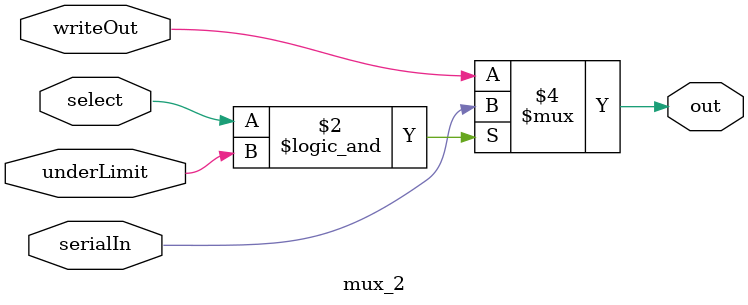
<source format=v>
module mux_2( input wire writeOut, input wire underLimit, input wire serialIn, input wire select, output reg out);

always @(*) begin
	if(select && underLimit) out = serialIn;
	else out = writeOut;
end

endmodule

</source>
